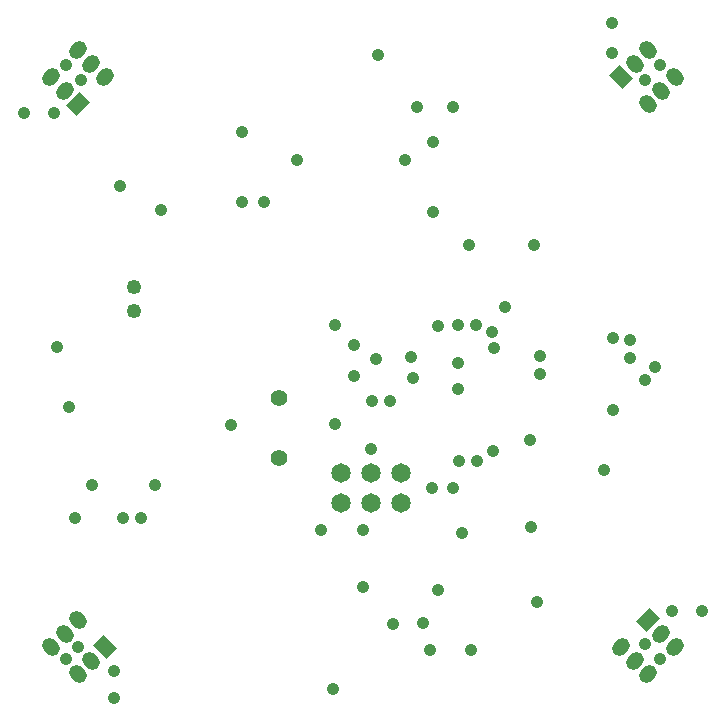
<source format=gbs>
%FSLAX33Y33*%
%MOMM*%
%AMRect-W1600000-H1200000-RO0.250*
21,1,1.6,1.2,0.,0.,315*%
%AMRR-H1200000-W1600000-R530710-RO0.250*
21,1,0.53858,1.2,0.,0.,315*
21,1,1.6,0.13858,0.,0.,315*
1,1,1.06142,-0.1414213562,0.239412214*
1,1,1.06142,0.239412214,-0.1414213562*
1,1,1.06142,0.1414213562,-0.239412214*
1,1,1.06142,-0.239412214,0.1414213562*%
%AMRect-W1600000-H1200000-RO1.250*
21,1,1.6,1.2,0.,0.,135*%
%AMRR-H1200000-W1600000-R530710-RO1.250*
21,1,0.53858,1.2,-0.,0.,135*
21,1,1.6,0.13858,-0.,0.,135*
1,1,1.06142,0.1414213562,-0.239412214*
1,1,1.06142,-0.239412214,0.1414213562*
1,1,1.06142,-0.1414213562,0.239412214*
1,1,1.06142,0.239412214,-0.1414213562*%
%AMRect-W1600000-H1200000-RO0.750*
21,1,1.6,1.2,0.,0.,225*%
%AMRR-H1200000-W1600000-R530710-RO0.750*
21,1,0.53858,1.2,0.,-0.,225*
21,1,1.6,0.13858,0.,-0.,225*
1,1,1.06142,0.239412214,0.1414213562*
1,1,1.06142,-0.1414213562,-0.239412214*
1,1,1.06142,-0.239412214,-0.1414213562*
1,1,1.06142,0.1414213562,0.239412214*%
%AMRect-W1600000-H1200000-RO1.750*
21,1,1.6,1.2,0.,0.,45*%
%AMRR-H1200000-W1600000-R530710-RO1.750*
21,1,0.53858,1.2,0.,0.,45*
21,1,1.6,0.13858,0.,0.,45*
1,1,1.06142,-0.239412214,-0.1414213562*
1,1,1.06142,0.1414213562,0.239412214*
1,1,1.06142,0.239412214,0.1414213562*
1,1,1.06142,-0.1414213562,-0.239412214*%
%ADD10C,1.0668*%
%ADD11C,1.4224*%
%ADD12C,1.25*%
%ADD13Rect-W1600000-H1200000-RO0.250*%
%ADD14RR-H1200000-W1600000-R530710-RO0.250*%
%ADD15Rect-W1600000-H1200000-RO1.250*%
%ADD16RR-H1200000-W1600000-R530710-RO1.250*%
%ADD17Rect-W1600000-H1200000-RO0.750*%
%ADD18RR-H1200000-W1600000-R530710-RO0.750*%
%ADD19Rect-W1600000-H1200000-RO1.750*%
%ADD20RR-H1200000-W1600000-R530710-RO1.750*%
%ADD21C,1.65*%
D10*
%LNbottom solder mask_traces*%
G01*
X6350Y3060D03*
X24752Y-0399D03*
X5954Y12712D03*
X0664Y-7388D03*
X8079Y-0063D03*
X4070Y0454D03*
X9144Y-24384D03*
X-24384Y-13208D03*
X-0768Y1470D03*
X-8348Y13556D03*
X8128Y-8404D03*
X23876Y-23876D03*
X-23901Y23901D03*
X8079Y-2308D03*
X23876Y-1505D03*
X-25908Y1270D03*
X28702Y-21082D03*
X2540Y-22138D03*
X12074Y4677D03*
X0762Y-3302D03*
X-21107Y-28473D03*
X4248Y-1324D03*
X-21107Y-26187D03*
X14478Y9902D03*
X25146Y25146D03*
X22606Y1887D03*
X-26187Y21107D03*
X21196Y-4086D03*
X11138Y1237D03*
X-24130Y-24130D03*
X25146Y-25146D03*
X5842Y-10690D03*
X6350Y-19304D03*
X-22916Y-10438D03*
X-20552Y14948D03*
X0Y-19050D03*
X-28727Y21107D03*
X3556Y17134D03*
X23876Y23876D03*
X8382Y-14478D03*
X26162Y-21082D03*
X14224Y-13970D03*
X14190Y-6574D03*
X22606Y0333D03*
X14986Y0486D03*
X1086Y0232D03*
X14732Y-20320D03*
X4572Y21590D03*
X0Y-14194D03*
X-10228Y13556D03*
X-18796Y-13208D03*
X-2398Y-5214D03*
X11006Y-7549D03*
X21082Y28702D03*
X-17131Y12900D03*
X5080Y-22098D03*
X-24892Y-3810D03*
X-0768Y-1140D03*
X9652Y-8404D03*
X21082Y26162D03*
X21196Y2010D03*
X10905Y2524D03*
X7620Y21590D03*
X-2398Y3138D03*
X-2540Y-27686D03*
X20434Y-9114D03*
X-5588Y17134D03*
X-10228Y19520D03*
X-25146Y-25146D03*
X14986Y-1038D03*
X-25171Y25171D03*
X5702Y-24384D03*
X5954Y18662D03*
X8079Y3138D03*
X8955Y9902D03*
X-20310Y-13208D03*
X-17582Y-10438D03*
X-3556Y-14224D03*
X2286Y-3302D03*
X1270Y26050D03*
X-11176Y-5356D03*
X7592Y-10690D03*
X9605Y3138D03*
%LNbottom solder mask component db8f1da01d8f6e47*%
D11*
X-7112Y-8118D03*
X-7112Y-3038D03*
%LNbottom solder mask component 26f6fa9b4e3697ca*%
D12*
X-19360Y6348D03*
X-19360Y4348D03*
%LNbottom solder mask component b0b7ce341c71e36d*%
D13*
X21867Y24130D03*
D14*
X22999Y25261D03*
X24130Y26393D03*
X26393Y24130D03*
X25261Y22999D03*
X24130Y21867D03*
%LNbottom solder mask component 0aa07872bdd810e4*%
D15*
X-21867Y-24130D03*
D16*
X-22999Y-25261D03*
X-24130Y-26393D03*
X-26393Y-24130D03*
X-25261Y-22999D03*
X-24130Y-21867D03*
%LNbottom solder mask component b05ff74f7c6ce018*%
D17*
X24130Y-21867D03*
D18*
X25261Y-22999D03*
X26393Y-24130D03*
X24130Y-26393D03*
X22999Y-25261D03*
X21867Y-24130D03*
%LNbottom solder mask component 20fe53ca9ea174ff*%
D19*
X-24130Y21867D03*
D20*
X-25261Y22999D03*
X-26393Y24130D03*
X-24130Y26393D03*
X-22999Y25261D03*
X-21867Y24130D03*
%LNbottom solder mask component ab0f4d277d178ad3*%
D21*
X3204Y-9420D03*
X0664Y-9420D03*
X-1876Y-9420D03*
X3204Y-11960D03*
X0664Y-11960D03*
X-1876Y-11960D03*
M02*
</source>
